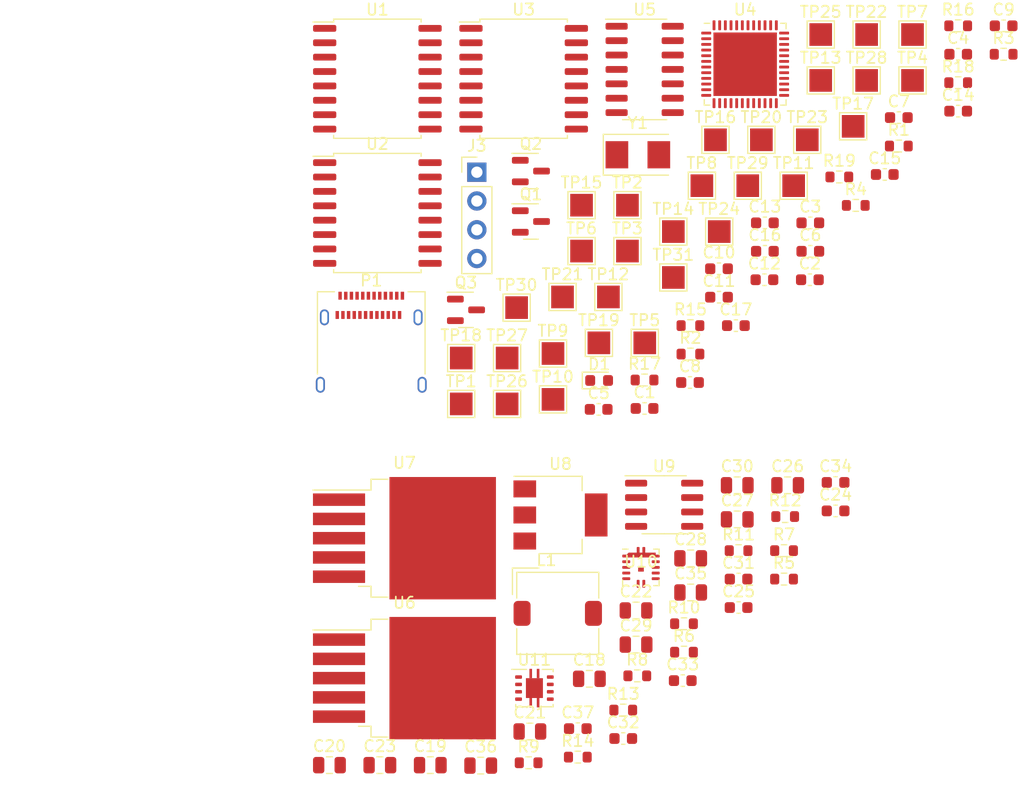
<source format=kicad_pcb>
(kicad_pcb (version 20211014) (generator pcbnew)
  (layers (0 "F.Cu" signal) (31 "B.Cu" signal) (34 "B.Paste" user) (35 "F.Paste" user) (36 "B.SilkS" user "B.Silkscreen") (37 "F.SilkS" user "F.Silkscreen") (38 "B.Mask" user) (39 "F.Mask" user) (44 "Edge.Cuts" user))
  (net 0 "")
  (net 1 "+3.3V")
  (net 2 "GND")
  (net 3 "Net-(C4-Pad1)")
  (net 4 "-5V")
  (net 5 "Net-(C8-Pad1)")
  (net 6 "Net-(C9-Pad1)")
  (net 7 "Net-(C10-Pad1)")
  (net 8 "IN")
  (net 9 "+6V")
  (net 10 "Net-(C24-Pad1)")
  (net 11 "Net-(C26-Pad1)")
  (net 12 "Net-(C26-Pad2)")
  (net 13 "+15V")
  (net 14 "+3.3VA")
  (net 15 "Net-(C30-Pad1)")
  (net 16 "Net-(C31-Pad1)")
  (net 17 "Net-(C31-Pad2)")
  (net 18 "Net-(C32-Pad1)")
  (net 19 "Net-(C34-Pad1)")
  (net 20 "Net-(D1-Pad1)")
  (net 21 "Net-(D1-Pad2)")
  (net 22 "Net-(J3-Pad2)")
  (net 23 "Net-(J3-Pad3)")
  (net 26 "Net-(P1-PadA6)")
  (net 27 "Net-(P1-PadA7)")
  (net 29 "Net-(Q1-Pad1)")
  (net 30 "Net-(Q1-Pad2)")
  (net 31 "Net-(Q2-Pad1)")
  (net 32 "Net-(Q2-Pad2)")
  (net 33 "Net-(Q3-Pad1)")
  (net 34 "Net-(Q3-Pad2)")
  (net 35 "Net-(R1-Pad1)")
  (net 36 "Net-(R4-Pad1)")
  (net 37 "Net-(R4-Pad2)")
  (net 38 "Net-(R5-Pad1)")
  (net 39 "Net-(R6-Pad2)")
  (net 40 "Net-(R8-Pad2)")
  (net 41 "Net-(R10-Pad1)")
  (net 42 "Net-(R10-Pad2)")
  (net 43 "Net-(R13-Pad2)")
  (net 44 "Net-(R18-Pad1)")
  (net 45 "Net-(R19-Pad1)")
  (net 46 "Net-(TP5-Pad1)")
  (net 47 "Net-(TP6-Pad1)")
  (net 48 "Net-(TP7-Pad1)")
  (net 49 "Net-(TP8-Pad1)")
  (net 50 "Net-(TP9-Pad1)")
  (net 51 "Net-(TP10-Pad1)")
  (net 52 "Net-(TP11-Pad1)")
  (net 53 "Net-(TP12-Pad1)")
  (net 54 "Net-(TP13-Pad1)")
  (net 55 "Net-(TP14-Pad1)")
  (net 56 "Net-(TP15-Pad1)")
  (net 57 "Net-(TP16-Pad1)")
  (net 58 "Net-(TP25-Pad1)")
  (net 59 "Net-(TP26-Pad1)")
  (net 60 "Net-(TP27-Pad1)")
  (net 61 "Net-(TP28-Pad1)")
  (net 62 "/DIO1")
  (net 63 "/DIO2")
  (net 64 "/DIO3")
  (net 65 "/DIO4")
  (net 66 "/DIO5")
  (net 67 "/DIO6")
  (net 68 "/DIO7")
  (net 69 "/DIO8")
  (net 70 "/DIO9")
  (net 71 "/DIO10")
  (net 72 "/DIO11")
  (net 73 "/DIO12")
  (net 82 "Net-(U4-Pad29)")
  (net 83 "Net-(U4-Pad30)")
  (net 84 "Net-(U4-Pad31)")
  (footprint "TestPoint:TestPoint_Pad_2.0x2.0mm" (layer "F.Cu") (at 110.73 85.99)
    (fp_text reference "TP24" (at 0 -1.998) (layer "F.SilkS"))
    (fp_text value "+15V")
    (pad "1" smd rect (at 0 0) (size 2 2) (layers "F.Cu" "F.Mask") (net 13 "+15V"))
  )
  (footprint "Capacitor_SMD:C_0603_1608Metric" (layer "F.Cu") (at 108.15 99.31)
    (fp_text reference "C8" (at 0 -1.43) (layer "F.SilkS"))
    (fp_text value "2.2uF")
    (pad "1" smd roundrect (at -0.775 0) (size 0.9 0.95) (layers "F.Cu" "F.Paste" "F.Mask") (net 5 "Net-(C8-Pad1)"))
    (pad "2" smd roundrect (at 0.775 0) (size 0.9 0.95) (layers "F.Cu" "F.Paste" "F.Mask") (net 2 "GND"))
  )
  (footprint "Package_SO:SOIC-8_3.9x4.9mm_P1.27mm" (layer "F.Cu") (at 105.87 110.1)
    (fp_text reference "U9" (at 0 -3.4) (layer "F.SilkS"))
    (fp_text value "LT1054L")
    (pad "1" smd roundrect (at -2.475 -1.905) (size 1.95 0.6) (layers "F.Cu" "F.Paste" "F.Mask"))
    (pad "2" smd roundrect (at -2.475 -0.635) (size 1.95 0.6) (layers "F.Cu" "F.Paste" "F.Mask") (net 11 "Net-(C26-Pad1)"))
    (pad "3" smd roundrect (at -2.475 0.635) (size 1.95 0.6) (layers "F.Cu" "F.Paste" "F.Mask") (net 2 "GND"))
    (pad "4" smd roundrect (at -2.475 1.905) (size 1.95 0.6) (layers "F.Cu" "F.Paste" "F.Mask") (net 12 "Net-(C26-Pad2)"))
    (pad "5" smd roundrect (at 2.475 1.905) (size 1.95 0.6) (layers "F.Cu" "F.Paste" "F.Mask") (net 15 "Net-(C30-Pad1)"))
    (pad "6" smd roundrect (at 2.475 0.635) (size 1.95 0.6) (layers "F.Cu" "F.Paste" "F.Mask"))
    (pad "7" smd roundrect (at 2.475 -0.635) (size 1.95 0.6) (layers "F.Cu" "F.Paste" "F.Mask"))
    (pad "8" smd roundrect (at 2.475 -1.905) (size 1.95 0.6) (layers "F.Cu" "F.Paste" "F.Mask") (net 9 "+6V"))
  )
  (footprint "Resistor_SMD:R_0603_1608Metric" (layer "F.Cu") (at 126.58 78.44)
    (fp_text reference "R1" (at 0 -1.43) (layer "F.SilkS"))
    (fp_text value "0R")
    (pad "1" smd roundrect (at -0.825 0) (size 0.8 0.95) (layers "F.Cu" "F.Paste" "F.Mask") (net 35 "Net-(R1-Pad1)"))
    (pad "2" smd roundrect (at 0.825 0) (size 0.8 0.95) (layers "F.Cu" "F.Paste" "F.Mask") (net 2 "GND"))
  )
  (footprint "Capacitor_SMD:C_0805_2012Metric" (layer "F.Cu") (at 99.27 125.46)
    (fp_text reference "C18" (at 0 -1.68) (layer "F.SilkS"))
    (fp_text value "22uF")
    (pad "1" smd roundrect (at -0.95 0) (size 1 1.45) (layers "F.Cu" "F.Paste" "F.Mask") (net 8 "IN"))
    (pad "2" smd roundrect (at 0.95 0) (size 1 1.45) (layers "F.Cu" "F.Paste" "F.Mask") (net 2 "GND"))
  )
  (footprint "Capacitor_SMD:C_0603_1608Metric" (layer "F.Cu") (at 126.58 75.93)
    (fp_text reference "C7" (at 0 -1.43) (layer "F.SilkS"))
    (fp_text value "100nF")
    (pad "1" smd roundrect (at -0.775 0) (size 0.9 0.95) (layers "F.Cu" "F.Paste" "F.Mask") (net 2 "GND"))
    (pad "2" smd roundrect (at 0.775 0) (size 0.9 0.95) (layers "F.Cu" "F.Paste" "F.Mask") (net 4 "-5V"))
  )
  (footprint "TestPoint:TestPoint_Pad_2.0x2.0mm" (layer "F.Cu") (at 87.96 101.2)
    (fp_text reference "TP1" (at 0 -1.998) (layer "F.SilkS"))
    (fp_text value "+16V")
    (pad "1" smd rect (at 0 0) (size 2 2) (layers "F.Cu" "F.Mask") (net 8 "IN"))
  )
  (footprint "Capacitor_SMD:C_0805_2012Metric" (layer "F.Cu") (at 112.32 108.38)
    (fp_text reference "C30" (at 0 -1.68) (layer "F.SilkS"))
    (fp_text value "100uF 25V")
    (pad "1" smd roundrect (at -0.95 0) (size 1 1.45) (layers "F.Cu" "F.Paste" "F.Mask") (net 15 "Net-(C30-Pad1)"))
    (pad "2" smd roundrect (at 0.95 0) (size 1 1.45) (layers "F.Cu" "F.Paste" "F.Mask") (net 2 "GND"))
  )
  (footprint "Connector_USB:USB_C_Receptacle_Amphenol_12401610E4-2A" (layer "F.Cu") (at 80.02 96.67)
    (fp_text reference "P1" (at 0 -6.36) (layer "F.SilkS"))
    (fp_text value "USB_C_Plug_USB2.0")
    (pad "" np_thru_hole oval (at 3.6 -4.36) (size 0.95 0.65) (drill oval 0.95 0.65) (layers *.Cu *.Mask))
    (pad "" np_thru_hole circle (at -3.6 -4.36) (size 0.65 0.65) (drill 0.65) (layers *.Cu *.Mask))
    (pad "A1" smd rect (at -2.75 -5.02) (size 0.3 0.7) (layers "F.Cu" "F.Paste" "F.Mask") (net 2 "GND"))
    (pad "A2" smd rect (at -2.25 -5.02) (size 0.3 0.7) (layers "F.Cu" "F.Paste" "F.Mask"))
    (pad "A3" smd rect (at -1.75 -5.02) (size 0.3 0.7) (layers "F.Cu" "F.Paste" "F.Mask"))
    (pad "A4" smd rect (at -1.25 -5.02) (size 0.3 0.7) (layers "F.Cu" "F.Paste" "F.Mask"))
    (pad "A5" smd rect (at -0.75 -5.02) (size 0.3 0.7) (layers "F.Cu" "F.Paste" "F.Mask"))
    (pad "A6" smd rect (at -0.25 -5.02) (size 0.3 0.7) (layers "F.Cu" "F.Paste" "F.Mask") (net 26 "Net-(P1-PadA6)"))
    (pad "A7" smd rect (at 0.25 -5.02) (size 0.3 0.7) (layers "F.Cu" "F.Paste" "F.Mask") (net 27 "Net-(P1-PadA7)"))
    (pad "A8" smd rect (at 0.75 -5.02) (size 0.3 0.7) (layers "F.Cu" "F.Paste" "F.Mask"))
    (pad "A9" smd rect (at 1.25 -5.02) (size 0.3 0.7) (layers "F.Cu" "F.Paste" "F.Mask"))
    (pad "A10" smd rect (at 1.75 -5.02) (size 0.3 0.7) (layers "F.Cu" "F.Paste" "F.Mask"))
    (pad "A11" smd rect (at 2.25 -5.02) (size 0.3 0.7) (layers "F.Cu" "F.Paste" "F.Mask"))
    (pad "A12" smd rect (at 2.75 -5.02) (size 0.3 0.7) (layers "F.Cu" "F.Paste" "F.Mask") (net 2 "GND"))
    (pad "B1" smd rect (at 2.5 -3.32) (size 0.3 0.7) (layers "F.Cu" "F.Paste" "F.Mask") (net 2 "GND"))
    (pad "B2" smd rect (at 2 -3.32) (size 0.3 0.7) (layers "F.Cu" "F.Paste" "F.Mask"))
    (pad "B3" smd rect (at 1.5 -3.32) (size 0.3 0.7) (layers "F.Cu" "F.Paste" "F.Mask"))
    (pad "B4" smd rect (at 1 -3.32) (size 0.3 0.7) (layers "F.Cu" "F.Paste" "F.Mask"))
    (pad "B5" smd rect (at 0.5 -3.32) (size 0.3 0.7) (layers "F.Cu" "F.Paste" "F.Mask"))
    (pad "B6" smd rect (at 0 -3.32) (size 0.3 0.7) (layers "F.Cu" "F.Paste" "F.Mask"))
    (pad "B7" smd rect (at -0.5 -3.32) (size 0.3 0.7) (layers "F.Cu" "F.Paste" "F.Mask"))
    (pad "B8" smd rect (at -1 -3.32) (size 0.3 0.7) (layers "F.Cu" "F.Paste" "F.Mask"))
    (pad "B9" smd rect (at -1.5 -3.32) (size 0.3 0.7) (layers "F.Cu" "F.Paste" "F.Mask"))
    (pad "B10" smd rect (at -2 -3.32) (size 0.3 0.7) (layers "F.Cu" "F.Paste" "F.Mask"))
    (pad "B11" smd rect (at -2.5 -3.32) (size 0.3 0.7) (layers "F.Cu" "F.Paste" "F.Mask"))
    (pad "B12" smd rect (at -3 -3.32) (size 0.3 0.7) (layers "F.Cu" "F.Paste" "F.Mask") (net 2 "GND"))
    (pad "S1" thru_hole oval (at 4.13 -3.11) (size 0.8 1.4) (drill oval 0.5 1.1) (layers *.Cu *.Mask) (net 2 "GND"))
    (pad "S1" thru_hole oval (at -4.49 2.84) (size 0.8 1.4) (drill oval 0.5 1.1) (layers *.Cu *.Mask) (net 2 "GND"))
    (pad "S1" thru_hole oval (at 4.49 2.84) (size 0.8 1.4) (drill oval 0.5 1.1) (layers *.Cu *.Mask) (net 2 "GND"))
    (pad "S1" thru_hole oval (at -4.13 -3.11) (size 0.8 1.4) (drill oval 0.5 1.1) (layers *.Cu *.Mask) (net 2 "GND"))
  )
  (footprint "Resistor_SMD:R_0603_1608Metric" (layer "F.Cu") (at 116.55 111.14)
    (fp_text reference "R12" (at 0 -1.43) (layer "F.SilkS"))
    (fp_text value "20K")
    (pad "1" smd roundrect (at -0.825 0) (size 0.8 0.95) (layers "F.Cu" "F.Paste" "F.Mask") (net 2 "GND"))
    (pad "2" smd roundrect (at 0.825 0) (size 0.8 0.95) (layers "F.Cu" "F.Paste" "F.Mask") (net 42 "Net-(R10-Pad2)"))
  )
  (footprint "Resistor_SMD:R_0603_1608Metric" (layer "F.Cu") (at 122.78 83.68)
    (fp_text reference "R4" (at 0 -1.43) (layer "F.SilkS"))
    (fp_text value "120R")
    (pad "1" smd roundrect (at -0.825 0) (size 0.8 0.95) (layers "F.Cu" "F.Paste" "F.Mask") (net 36 "Net-(R4-Pad1)"))
    (pad "2" smd roundrect (at 0.825 0) (size 0.8 0.95) (layers "F.Cu" "F.Paste" "F.Mask") (net 37 "Net-(R4-Pad2)"))
  )
  (footprint "Resistor_SMD:R_0603_1608Metric" (layer "F.Cu") (at 103.5 125.2)
    (fp_text reference "R8" (at 0 -1.43) (layer "F.SilkS"))
    (fp_text value "300")
    (pad "1" smd roundrect (at -0.825 0) (size 0.8 0.95) (layers "F.Cu" "F.Paste" "F.Mask") (net 14 "+3.3VA"))
    (pad "2" smd roundrect (at 0.825 0) (size 0.8 0.95) (layers "F.Cu" "F.Paste" "F.Mask") (net 40 "Net-(R8-Pad2)"))
  )
  (footprint "Capacitor_SMD:C_0603_1608Metric" (layer "F.Cu") (at 112.2 94.29)
    (fp_text reference "C17" (at 0 -1.43) (layer "F.SilkS"))
    (fp_text value "100nF")
    (pad "1" smd roundrect (at -0.775 0) (size 0.9 0.95) (layers "F.Cu" "F.Paste" "F.Mask") (net 1 "+3.3V"))
    (pad "2" smd roundrect (at 0.775 0) (size 0.9 0.95) (layers "F.Cu" "F.Paste" "F.Mask") (net 2 "GND"))
  )
  (footprint "Capacitor_SMD:C_0603_1608Metric" (layer "F.Cu") (at 110.71 89.27)
    (fp_text reference "C10" (at 0 -1.43) (layer "F.SilkS"))
    (fp_text value "8pF")
    (pad "1" smd roundrect (at -0.775 0) (size 0.9 0.95) (layers "F.Cu" "F.Paste" "F.Mask") (net 7 "Net-(C10-Pad1)"))
    (pad "2" smd roundrect (at 0.775 0) (size 0.9 0.95) (layers "F.Cu" "F.Paste" "F.Mask") (net 2 "GND"))
  )
  (footprint "Capacitor_SMD:C_0603_1608Metric" (layer "F.Cu") (at 112.44 116.66)
    (fp_text reference "C31" (at 0 -1.43) (layer "F.SilkS"))
    (fp_text value "100nF")
    (pad "1" smd roundrect (at -0.775 0) (size 0.9 0.95) (layers "F.Cu" "F.Paste" "F.Mask") (net 16 "Net-(C31-Pad1)"))
    (pad "2" smd roundrect (at 0.775 0) (size 0.9 0.95) (layers "F.Cu" "F.Paste" "F.Mask") (net 17 "Net-(C31-Pad2)"))
  )
  (footprint "Resistor_SMD:R_0603_1608Metric" (layer "F.Cu") (at 116.45 114.15)
    (fp_text reference "R7" (at 0 -1.43) (layer "F.SilkS"))
    (fp_text value "82")
    (pad "1" smd roundrect (at -0.825 0) (size 0.8 0.95) (layers "F.Cu" "F.Paste" "F.Mask") (net 39 "Net-(R6-Pad2)"))
    (pad "2" smd roundrect (at 0.825 0) (size 0.8 0.95) (layers "F.Cu" "F.Paste" "F.Mask") (net 2 "GND"))
  )
  (footprint "TestPoint:TestPoint_Pad_2.0x2.0mm" (layer "F.Cu") (at 87.96 97.15)
    (fp_text reference "TP18" (at 0 -1.998) (layer "F.SilkS"))
    (fp_text value "6V")
    (pad "1" smd rect (at 0 0) (size 2 2) (layers "F.Cu" "F.Mask") (net 29 "Net-(Q1-Pad1)"))
  )
  (footprint "Capacitor_SMD:C_0603_1608Metric" (layer "F.Cu") (at 131.82 75.36)
    (fp_text reference "C14" (at 0 -1.43) (layer "F.SilkS"))
    (fp_text value "100nF")
    (pad "1" smd roundrect (at -0.775 0) (size 0.9 0.95) (layers "F.Cu" "F.Paste" "F.Mask") (net 1 "+3.3V"))
    (pad "2" smd roundrect (at 0.775 0) (size 0.9 0.95) (layers "F.Cu" "F.Paste" "F.Mask") (net 2 "GND"))
  )
  (footprint "Resistor_SMD:R_0603_1608Metric" (layer "F.Cu") (at 108.19 96.8)
    (fp_text reference "R2" (at 0 -1.43) (layer "F.SilkS"))
    (fp_text value "10K")
    (pad "1" smd roundrect (at -0.825 0) (size 0.8 0.95) (layers "F.Cu" "F.Paste" "F.Mask") (net 1 "+3.3V"))
    (pad "2" smd roundrect (at 0.825 0) (size 0.8 0.95) (layers "F.Cu" "F.Paste" "F.Mask") (net 3 "Net-(C4-Pad1)"))
  )
  (footprint "Capacitor_SMD:C_0805_2012Metric" (layer "F.Cu") (at 103.39 119.43)
    (fp_text reference "C22" (at 0 -1.68) (layer "F.SilkS"))
    (fp_text value "10uF 25V")
    (pad "1" smd roundrect (at -0.95 0) (size 1 1.45) (layers "F.Cu" "F.Paste" "F.Mask") (net 9 "+6V"))
    (pad "2" smd roundrect (at 0.95 0) (size 1 1.45) (layers "F.Cu" "F.Paste" "F.Mask") (net 2 "GND"))
  )
  (footprint "Capacitor_SMD:C_0603_1608Metric" (layer "F.Cu") (at 118.77 85.22)
    (fp_text reference "C3" (at 0 -1.43) (layer "F.SilkS"))
    (fp_text value "100nF")
    (pad "1" smd roundrect (at -0.775 0) (size 0.9 0.95) (layers "F.Cu" "F.Paste" "F.Mask") (net 1 "+3.3V"))
    (pad "2" smd roundrect (at 0.775 0) (size 0.9 0.95) (layers "F.Cu" "F.Paste" "F.Mask") (net 2 "GND"))
  )
  (footprint "Package_SON:Texas_S-PVSON-N8_1" (layer "F.Cu") (at 94.42 126.28)
    (fp_text reference "U11" (at 0 -2.5) (layer "F.SilkS"))
    (fp_text value "TPS7A3001DRBx")
    (pad "1" smd roundrect (at -1.4 -0.975) (size 0.6 0.31) (layers "F.Cu" "F.Paste" "F.Mask") (net 4 "-5V"))
    (pad "2" smd roundrect (at -1.4 -0.325) (size 0.6 0.31) (layers "F.Cu" "F.Paste" "F.Mask") (net 43 "Net-(R13-Pad2)"))
    (pad "3" smd roundrect (at -1.4 0.325) (size 0.6 0.31) (layers "F.Cu" "F.Paste" "F.Mask"))
    (pad "4" smd roundrect (at -1.4 0.975) (size 0.6 0.31) (layers "F.Cu" "F.Paste" "F.Mask") (net 2 "GND"))
    (pad "5" smd roundrect (at 1.4 0.975) (size 0.6 0.31) (layers "F.Cu" "F.Paste" "F.Mask") (net 15 "Net-(C30-Pad1)"))
    (pad "6" smd roundrect (at 1.4 0.325) (size 0.6 0.31) (layers "F.Cu" "F.Paste" "F.Mask") (net 19 "Net-(C34-Pad1)"))
    (pad "7" smd roundrect (at 1.4 -0.325) (size 0.6 0.31) (layers "F.Cu" "F.Paste" "F.Mask"))
    (pad "8" smd roundrect (at 1.4 -0.975) (size 0.6 0.31) (layers "F.Cu" "F.Paste" "F.Mask") (net 15 "Net-(C30-Pad1)"))
    (pad "9" smd rect (at 0 0) (size 1.5 1.75) (layers "F.Cu" "F.Paste" "F.Mask") (net 2 "GND"))
    (pad "9" smd rect (at 0.325 -1.2875) (size 0.23 0.825) (layers "F.Cu" "F.Paste" "F.Mask") (net 2 "GND"))
    (pad "9" smd rect (at -0.325 1.2875) (size 0.23 0.825) (layers "F.Cu" "F.Paste" "F.Mask") (net 2 "GND"))
    (pad "9" smd rect (at 0.325 1.2875) (size 0.23 0.825) (layers "F.Cu" "F.Paste" "F.Mask") (net 2 "GND"))
    (pad "9" smd rect (at -0.325 -1.2875) (size 0.23 0.825) (layers "F.Cu" "F.Paste" "F.Mask") (net 2 "GND"))
  )
  (footprint "Capacitor_SMD:C_0603_1608Metric" (layer "F.Cu") (at 98.25 129.86)
    (fp_text reference "C37" (at 0 -1.43) (layer "F.SilkS"))
    (fp_text value "1uF")
    (pad "1" smd roundrect (at -0.775 0) (size 0.9 0.95) (layers "F.Cu" "F.Paste" "F.Mask") (net 4 "-5V"))
    (pad "2" smd roundrect (at 0.775 0) (size 0.9 0.95) (layers "F.Cu" "F.Paste" "F.Mask") (net 2 "GND"))
  )
  (footprint "Package_DFN_QFN:MPS_QFN-14" (layer "F.Cu") (at 103.8248 115.625)
    (fp_text reference "U10" (at 0 -0.5 unlocked) (layer "F.SilkS"))
    (fp_text value "MP2229")
    (pad "1" smd roundrect (at -1.3 -1) (size 0.7 0.25) (layers "F.Cu" "F.Paste" "F.Mask") (net 2 "GND"))
    (pad "1" smd roundrect (at 0 -1.0875) (size 2.6 0.425) (layers "F.Cu" "F.Paste" "F.Mask") (roundrect_rratio 0) (chamfer_ratio 0.5) (chamfer top_left) (net 2 "GND"))
    (pad "2" smd roundrect (at -1.3 -0.5) (size 0.7 0.25) (layers "F.Cu" "F.Paste" "F.Mask") (net 17 "Net-(C31-Pad2)"))
    (pad "3" smd roundrect (at -1.3 0) (size 0.7 0.25) (layers "F.Cu" "F.Paste" "F.Mask") (net 8 "IN"))
    (pad "4" smd roundrect (at -1.3 0.5) (size 0.7 0.25) (layers "F.Cu" "F.Paste" "F.Mask"))
    (pad "5" smd roundrect (at -1.3 1) (size 0.7 0.25) (layers "F.Cu" "F.Paste" "F.Mask") (net 2 "GND"))
    (pad "6" smd roundrect (at -0.25 1.45 90) (size 0.7 0.25) (layers "F.Cu" "F.Paste" "F.Mask") (net 41 "Net-(R10-Pad1)"))
    (pad "7" smd roundrect (at 0.25 1.45 90) (size 0.7 0.25) (layers "F.Cu" "F.Paste" "F.Mask") (net 18 "Net-(C32-Pad1)"))
    (pad "8" smd roundrect (at 1.3 1) (size 0.7 0.25) (layers "F.Cu" "F.Paste" "F.Mask") (net 38 "Net-(R5-Pad1)"))
    (pad "9" smd roundrect (at 1.3 0.5) (size 0.7 0.25) (layers "F.Cu" "F.Paste" "F.Mask") (net 10 "Net-(C24-Pad1)"))
    (pad "10" smd roundrect (at 1.3 0) (size 0.7 0.25) (layers "F.Cu" "F.Paste" "F.Mask") (net 16 "Net-(C31-Pad1)"))
    (pad "11" smd roundrect (at 1.3 -0.5) (size 0.7 0.25) (layers "F.Cu" "F.Paste" "F.Mask") (net 17 "Net-(C31-Pad2)"))
    (pad "12" smd roundrect (at 1.3 -1) (size 0.7 0.25) (layers "F.Cu" "F.Paste" "F.Mask") (net 2 "GND"))
    (pad "13" smd roundrect (at 0.25 -1.45 90) (size 0.7 0.25) (layers "F.Cu" "F.Paste" "F.Mask") (net 2 "GND"))
    (pad "14" smd roundrect (at -0.25 -1.45 90) (size 0.7 0.25) (layers "F.Cu" "F.Paste" "F.Mask") (net 2 "GND"))
    (pad "15" smd rect (at 0 0.125) (size 0.5 0.5) (layers "F.Cu" "F.Paste" "F.Mask") (net 8 "IN"))
  )
  (footprint "Capacitor_SMD:C_0603_1608Metric" (layer "F.Cu") (at 135.83 67.83)
    (fp_text reference "C9" (at 0 -1.43) (layer "F.SilkS"))
    (fp_text value "8pF")
    (pad "1" smd roundrect (at -0.775 0) (size 0.9 0.95) (layers "F.Cu" "F.Paste" "F.Mask") (net 6 "Net-(C9-Pad1)"))
    (pad "2" smd roundrect (at 0.775 0) (size 0.9 0.95) (layers "F.Cu" "F.Paste" "F.Mask") (net 2 "GND"))
  )
  (footprint "Resistor_SMD:R_0603_1608Metric" (layer "F.Cu") (at 93.91 132.87)
    (fp_text reference "R9" (at 0 -1.43) (layer "F.SilkS"))
    (fp_text value "180")
    (pad "1" smd roundrect (at -0.825 0) (size 0.8 0.95) (layers "F.Cu" "F.Paste" "F.Mask") (net 40 "Net-(R8-Pad2)"))
    (pad "2" smd roundrect (at 0.825 0) (size 0.8 0.95) (layers "F.Cu" "F.Paste" "F.Mask") (net 2 "GND"))
  )
  (footprint "TestPoint:TestPoint_Pad_2.0x2.0mm" (layer "F.Cu") (at 102.63 87.71)
    (fp_text reference "TP3" (at 0 -1.998) (layer "F.SilkS"))
    (fp_text value "A")
    (pad "1" smd rect (at 0 0) (size 2 2) (layers "F.Cu" "F.Mask") (net 36 "Net-(R4-Pad1)"))
  )
  (footprint "Capacitor_SMD:C_0603_1608Metric" (layer "F.Cu") (at 114.76 85.22)
    (fp_text reference "C13" (at 0 -1.43) (layer "F.SilkS"))
    (fp_text value "100nF")
    (pad "1" smd roundrect (at -0.775 0) (size 0.9 0.95) (layers "F.Cu" "F.Paste" "F.Mask") (net 1 "+3.3V"))
    (pad "2" smd roundrect (at 0.775 0) (size 0.9 0.95) (layers "F.Cu" "F.Paste" "F.Mask") (net 2 "GND"))
  )
  (footprint "TestPoint:TestPoint_Pad_2.0x2.0mm" (layer "F.Cu") (at 92.85 92.7)
    (fp_text reference "TP30" (at 0 -1.998) (layer "F.SilkS"))
    (fp_text value "dc_6v")
    (pad "1" smd rect (at 0 0) (size 2 2) (layers "F.Cu" "F.Mask") (net 33 "Net-(Q3-Pad1)"))
  )
  (footprint "Resistor_SMD:R_0603_1608Metric" (layer "F.Cu") (at 98.25 132.37)
    (fp_text reference "R14" (at 0 -1.43) (layer "F.SilkS"))
    (fp_text value "120K")
    (pad "1" smd roundrect (at -0.825 0) (size 0.8 0.95) (layers "F.Cu" "F.Paste" "F.Mask") (net 43 "Net-(R13-Pad2)"))
    (pad "2" smd roundrect (at 0.825 0) (size 0.8 0.95) (layers "F.Cu" "F.Paste" "F.Mask") (net 2 "GND"))
  )
  (footprint "Resistor_SMD:R_0603_1608Metric" (layer "F.Cu") (at 108.19 94.29)
    (fp_text reference "R15" (at 0 -1.43) (layer "F.SilkS"))
    (fp_text value "10K")
    (pad "1" smd roundrect (at -0.825 0) (size 0.8 0.95) (layers "F.Cu" "F.Paste" "F.Mask") (net 9 "+6V"))
    (pad "2" smd roundrect (at 0.825 0) (size 0.8 0.95) (layers "F.Cu" "F.Paste" "F.Mask") (net 30 "Net-(Q1-Pad2)"))
  )
  (footprint "TestPoint:TestPoint_Pad_2.0x2.0mm" (layer "F.Cu") (at 100.11 95.81)
    (fp_text reference "TP19" (at 0 -1.998) (layer "F.SilkS"))
    (fp_text value "6V")
    (pad "1" smd rect (at 0 0) (size 2 2) (layers "F.Cu" "F.Mask") (net 29 "Net-(Q1-Pad1)"))
  )
  (footprint "Package_TO_SOT_SMD:TO-263-5_TabPin3" (layer "F.Cu") (at 82.95 113.05)
    (fp_text reference "U7" (at 0 -6.65) (layer "F.SilkS"))
    (fp_text value "MIC29302WU")
    (pad "1" smd rect (at -5.775 -3.4) (size 4.6 1.1) (layers "F.Cu" "F.Paste" "F.Mask") (net 9 "+6V"))
    (pad "2" smd rect (at -5.775 -1.7) (size 4.6 1.1) (layers "F.Cu" "F.Paste" "F.Mask") (net 9 "+6V"))
    (pad "3" smd rect (at -5.775 0) (size 4.6 1.1) (layers "F.Cu" "F.Paste" "F.Mask") (net 2 "GND"))
    (pad "3" smd rect (at 3.375 0) (size 9.4 10.8) (layers "F.Cu" "F.Mask") (net 2 "GND"))
    (pad "4" smd rect (at -5.775 1.7) (size 4.6 1.1) (layers "F.Cu" "F.Paste" "F.Mask") (net 14 "+3.3VA"))
    (pad "5" smd rect (at -5.775 3.4) (size 4.6 1.1) (layers "F.Cu" "F.Paste" "F.Mask") (net 40 "Net-(R8-Pad2)"))
  )
  (footprint "Package_SO:SOIC-16W_7.5x10.3mm_P1.27mm" (layer "F.Cu") (at 93.47 72.5)
    (fp_text reference "U3" (at 0 -6.1) (layer "F.SilkS"))
    (fp_text value "SSP5840ED")
    (pad "1" smd roundrect (at -4.65 -4.445) (size 2.05 0.6) (layers "F.Cu" "F.Paste" "F.Mask") (net 1 "+3.3V"))
    (pad "2" smd roundrect (at -4.65 -3.175) (size 2.05 0.6) (layers "F.Cu" "F.Paste" "F.Mask") (net 2 "GND"))
    (pad "3" smd roundrect (at -4.65 -1.905) (size 2.05 0.6) (layers "F.Cu" "F.Paste" "F.Mask") (net 70 "/DIO9"))
    (pad "4" smd roundrect (at -4.65 -0.635) (size 2.05 0.6) (layers "F.Cu" "F.Paste" "F.Mask") (net 71 "/DIO10"))
    (pad "5" smd roundrect (at -4.65 0.635) (size 2.05 0.6) (layers "F.Cu" "F.Paste" "F.Mask") (net 72 "/DIO11"))
    (pad "6" smd roundrect (at -4.65 1.905) (size 2.05 0.6) (layers "F.Cu" "F.Paste" "F.Mask") (net 73 "/DIO12"))
    (pad "7" smd roundrect (at -4.65 3.175) (size 2.05 0.6) (layers "F.Cu" "F.Paste" "F.Mask"))
    (pad "8" smd roundrect (at -4.65 4.445) (size 2.05 0.6) (layers "F.Cu" "F.Paste" "F.Mask") (net 2 "GND"))
    (pad "9" smd roundrect (at 4.65 4.445) (size 2.05 0.6) (layers "F.Cu" "F.Paste" "F.Mask") (net 4 "-5V"))
    (pad "10" smd roundrect (at 4.65 3.175) (size 2.05 0.6) (layers "F.Cu" "F.Paste" "F.Mask") (net 2 "GND"))
    (pad "11" smd roundrect (at 4.65 1.905) (size 2.05 0.6) (layers "F.Cu" "F.Paste" "F.Mask"))
    (pad "12" smd roundrect (at 4.65 0.635) (size 2.05 0.6) (layers "F.Cu" "F.Paste" "F.Mask"))
    (pad "13" smd roundrect (at 4.65 -0.635) (size 2.05 0.6) (layers "F.Cu" "F.Paste" "F.Mask") (net 57 "Net-(TP16-Pad1)"))
    (pad "14" smd roundrect (at 4.65 -1.905) (size 2.05 0.6) (layers "F.Cu" "F.Paste" "F.Mask") (net 56 "Net-(TP15-Pad1)"))
    (pad "15" smd roundrect (at 4.65 -3.175) (size 2.05 0.6) (layers "F.Cu" "F.Paste" "F.Mask") (net 4 "-5V"))
    (pad "16" smd roundrect (at 4.65 -4.445) (size 2.05 0.6) (layers "F.Cu" "F.Paste" "F.Mask") (net 2 "GND"))
  )
  (footprint "Capacitor_SMD:C_0603_1608Metric" (layer "F.Cu") (at 131.82 70.34)
    (fp_text reference "C4" (at 0 -1.43) (layer "F.SilkS"))
    (fp_text value "100nF")
    (pad "1" smd roundrect (at -0.775 0) (size 0.9 0.95) (layers "F.Cu" "F.Paste" "F.Mask") (net 3 "Net-(C4-Pad1)"))
    (pad "2" smd roundrect (at 0.775 0) (size 0.9 0.95) (layers "F.Cu" "F.Paste" "F.Mask") (net 2 "GND"))
  )
  (footprint "Package_TO_SOT_SMD:SOT-23" (layer "F.Cu") (at 94.11 80.65)
    (fp_text reference "Q2" (at 0 -2.4) (layer "F.SilkS"))
    (fp_text value "FH3415S")
    (pad "1" smd roundrect (at -0.9375 -0.95) (size 1.475 0.6) (layers "F.Cu" "F.Paste" "F.Mask") (net 31 "Net-(Q2-Pad1)"))
    (pad "2" smd roundrect (at -0.9375 0.95) (size 1.475 0.6) (layers "F.Cu" "F.Paste" "F.Mask") (net 32 "Net-(Q2-Pad2)"))
    (pad "3" smd roundrect (at 0.9375 0) (size 1.475 0.6) (layers "F.Cu" "F.Paste" "F.Mask") (net 14 "+3.3VA"))
  )
  (footprint "Crystal:Crystal_SMD_5032-2Pin_5.0x3.2mm" (layer "F.Cu") (at 103.55 79.21)
    (fp_text reference "Y1" (at 0 -2.8) (layer "F.SilkS"))
    (fp_text value "25MHz")
    (pad "1" smd rect (at -1.85 0) (size 2 2.4) (layers "F.Cu" "F.Paste" "F.Mask") (net 7 "Net-(C10-Pad1)"))
    (pad "2" smd rect (at 1.85 0) (size 2 2.4) (layers "F.Cu" "F.Paste" "F.Mask") (net 6 "Net-(C9-Pad1)"))
  )
  (footprint "TestPoint:TestPoint_Pad_2.0x2.0mm" (layer "F.Cu") (at 110.4 77.89)
    (fp_text reference "TP16" (at 0 -1.998) (layer "F.SilkS"))
    (fp_text value "10")
    (pad "1" smd rect (at 0 0) (size 2 2) (layers "F.Cu" "F.Mask") (net 57 "Net-(TP16-Pad1)"))
  )
  (footprint "TestPoint:TestPoint_Pad_2.0x2.0mm" (layer "F.Cu") (at 102.63 83.66)
    (fp_text reference "TP2" (at 0 -1.998) (layer "F.SilkS"))
    (fp_text value "GND")
    (pad "1" smd rect (at 0 0) (size 2 2) (layers "F.Cu" "F.Mask") (net 2 "GND"))
  )
  (footprint "TestPoint:TestPoint_Pad_2.0x2.0mm" (layer "F.Cu") (at 96.9 91.76)
    (fp_text reference "TP21" (at 0 -1.998) (layer "F.SilkS"))
    (fp_text value "6V")
    (pad "1" smd rect (at 0 0) (size 2 2) (layers "F.Cu" "F.Mask") (net 29 "Net-(Q1-Pad1)"))
  )
  (footprint "TestPoint:TestPoint_Pad_2.0x2.0mm" (layer "F.Cu") (at 127.79 72.65)
    (fp_text reference "TP4" (at 0 -1.998) (layer "F.SilkS"))
    (fp_text value "B")
    (pad "1" smd rect (at 0 0) (size 2 2) (layers "F.Cu" "F.Mask") (net 37 "Net-(R4-Pad2)"))
  )
  (footprint "Capacitor_SMD:C_0805_2012Metric" (layer "F.Cu") (at 89.68 133.12)
    (fp_text reference "C36" (at 0 -1.68) (layer "F.SilkS"))
    (fp_text value "22uF")
    (pad "1" smd roundrect (at -0.95 0) (size 1 1.45) (layers "F.Cu" "F.Paste" "F.Mask") (net 9 "+6V"))
    (pad "2" smd roundrect (at 0.95 0) (size 1 1.45) (layers "F.Cu" "F.Paste" "F.Mask") (net 2 "GND"))
  )
  (footprint "TestPoint:TestPoint_Pad_2.0x2.0mm" (layer "F.Cu") (at 98.58 83.66)
    (fp_text reference "TP15" (at 0 -1.998) (layer "F.SilkS"))
    (fp_text value "9")
    (pad "1" smd rect (at 0 0) (size 2 2) (layers "F.Cu" "F.Mask") (net 56 "Net-(TP15-Pad1)"))
  )
  (footprint "Capacitor_SMD:C_0603_1608Metric" (layer "F.Cu") (at 100.09 101.68)
    (fp_text reference "C5" (at 0 -1.43) (layer "F.SilkS"))
    (fp_text value "100nF")
    (pad "1" smd roundrect (at -0.775 0) (size 0.9 0.95) (layers "F.Cu" "F.Paste" "F.Mask") (net 2 "GND"))
    (pad "2" smd roundrect (at 0.775 0) (size 0.9 0.95) (layers "F.Cu" "F.Paste" "F.Mask") (net 4 "-5V"))
  )
  (footprint "TestPoint:TestPoint_Pad_2.0x2.0mm" (layer "F.Cu") (at 100.95 91.76)
    (fp_text reference "TP12" (at 0 -1.998) (layer "F.SilkS"))
    (fp_text value "6")
    (pad "1" smd rect (at 0 0) (size 2 2) (layers "F.Cu" "F.Mask") (net 53 "Net-(TP12-Pad1)"))
  )
  (footprint "TestPoint:TestPoint_Pad_2.0x2.0mm" (layer "F.Cu") (at 127.79 68.6)
    (fp_text reference "TP7" (at 0 -1.998) (layer "F.SilkS"))
    (fp_text value "1")
    (pad "1" smd rect (at 0 0) (size 2 2) (layers "F.Cu" "F.Mask") (net 48 "Net-(TP7-Pad1)"))
  )
  (footprint "Package_TO_SOT_SMD:SOT-23" (layer "F.Cu") (at 94.11 85.1)
    (fp_text reference "Q1" (at 0 -2.4) (layer "F.SilkS"))
    (fp_text value "FH3415S")
    (pad "1" smd roundrect (at -0.9375 -0.95) (size 1.475 0.6) (layers "F.Cu" "F.Paste" "F.Mask") (net 29 "Net-(Q1-Pad1)"))
    (pad "2" smd roundrect (at -0.9375 0.95) (size 1.475 0.6) (layers "F.Cu" "F.Paste" "F.Mask") (net 30 "Net-(Q1-Pad2)"))
    (pad "3" smd roundrect (at 0.9375 0) (size 1.475 0.6) (layers "F.Cu" "F.Paste" "F.Mask") (net 9 "+6V"))
  )
  (footprint "Resistor_SMD:R_0603_1608Metric" (layer "F.Cu") (at 121.33 81.17)
    (fp_text reference "R19" (at 0 -1.43) (layer "F.SilkS"))
    (fp_text value "22R")
    (pad "1" smd roundrect (at -0.825 0) (size 0.8 0.95) (layers "F.Cu" "F.Paste" "F.Mask") (net 45 "Net-(R19-Pad1)"))
    (pad "2" smd roundrect (at 0.825 0) (size 0.8 0.95) (layers "F.Cu" "F.Paste" "F.Mask") (net 26 "Net-(P1-PadA6)"))
  )
  (footprint "TestPoint:TestPoint_Pad_2.0x2.0mm" (layer "F.Cu") (at 104.16 95.81)
    (fp_text reference "TP5" (at 0 -1.998) (layer "F.SilkS"))
    (fp_text value "Z")
    (pad "1" smd rect (at 0 0) (size 2 2) (layers "F.Cu" "F.Mask") (net 46 "Net-(TP5-Pad1)"))
  )
  (footprint "Resistor_SMD:R_0603_1608Metric" (layer "F.Cu") (at 104.14 99.09)
    (fp_text reference "R17" (at 0 -1.43) (layer "F.SilkS"))
    (fp_text value "10K")
    (pad "1" smd roundrect (at -0.825 0) (size 0.8 0.95) (layers "F.Cu" "F.Paste" "F.Mask") (net 9 "+6V"))
    (pad "2" smd roundrect (at 0.825 0) (size 0.8 0.95) (layers "F.Cu" "F.Paste" "F.Mask") (net 34 "Net-(Q3-Pad2)"))
  )
  (footprint "Connector_PinHeader_2.54mm:PinHeader_1x04_P2.54mm_Vertical" (layer "F.Cu") (at 89.34 80.75)
    (fp_text reference "J3" (at 0 -2.33) (layer "F.SilkS"))
    (fp_text value "debug")
    (pad "1" thru_hole rect (at 0 0) (size 1.7 1.7) (drill 1) (layers *.Cu *.Mask) (net 1 "+3.3V"))
    (pad "2" thru_hole oval (at 0 2.54) (size 1.7 1.7) (drill 1) (layers *.Cu *.Mask) (net 22 "Net-(J3-Pad2)"))
    (pad "3" thru_hole oval (at 0 5.08) (size 1.7 1.7) (drill 1) (layers *.Cu *.Mask) (net 23 "Net-(J3-Pad3)"))
    (pad "4" thru_hole oval (at 0 7.62) (size 1.7 1.7) (drill 1) (layers *.Cu *.Mask) (net 2 "GND"))
  )
  (footprint "Resistor_SMD:R_0603_1608Metric" (layer "F.Cu") (at 107.62 120.6)
    (fp_text reference "R10" (at 0 -1.43) (layer "F.SilkS"))
    (fp_text value "0R")
    (pad "1" smd roundrect (at -0.825 0) (size 0.8 0.95) (layers "F.Cu" "F.Paste" "F.Mask") (net 41 "Net-(R10-Pad1)"))
    (pad "2" smd roundrect (at 0.825 0) (size 0.8 0.95) (layers "F.Cu" "F.Paste" "F.Mask") (net 42 "Net-(R10-Pad2)"))
  )
  (footprint "Resistor_SMD:R_0603_1608Metric" (layer "F.Cu") (at 112.44 114.15)
    (fp_text reference "R11" (at 0 -1.43) (layer "F.SilkS"))
    (fp_text value "180K")
    (pad "1" smd roundrect (at -0.825 0) (size 0.8 0.95) (layers "F.Cu" "F.Paste" "F.Mask") (net 42 "Net-(R10-Pad2)"))
    (pad "2" smd roundrect (at 0.825 0) (size 0.8 0.95) (layers "F.Cu" "F.Paste" "F.Mask") (net 9 "+6V"))
  )
  (footprint "TestPoint:TestPoint_Pad_2.0x2.0mm" (layer "F.Cu") (at 92.01 101.2)
    (fp_text reference "TP26" (at 0 -1.998) (layer "F.SilkS"))
    (fp_text value "ATT1")
    (pad "1" smd rect (at 0 0) (size 2 2) (layers "F.Cu" "F.Mask") (net 59 "Net-(TP26-Pad1)"))
  )
  (footprint "TestPoint:TestPoint_Pad_2.0x2.0mm" (layer "F.Cu") (at 123.74 72.65)
    (fp_text reference "TP28" (at 0 -1.998) (layer "F.SilkS"))
    (fp_text value "PA_SW")
    (pad "1" smd rect (at 0 0) (size 2 2) (layers "F.Cu" "F.Mask") (net 61 "Net-(TP28-Pad1)"))
  )
  (footprint "Capacitor_SMD:C_0603_1608Metric" (layer "F.Cu") (at 102.26 130.73)
    (fp_text reference "C32" (at 0 -1.43) (layer "F.SilkS"))
    (fp_text value "22nF")
    (pad "1" smd roundrect (at -0.775 0) (size 0.9 0.95) (layers "F.Cu" "F.Paste" "F.Mask") (net 18 "Net-(C32-Pad1)"))
    (pad "2" smd roundrect (at 0.775 0) (size 0.9 0.95) (layers "F.Cu" "F.Paste" "F.Mask") (net 2 "GND"))
  )
  (footprint "Capacitor_SMD:C_0603_1608Metric" (layer "F.Cu") (at 118.73 90.24)
    (fp_text reference "C2" (at 0 -1.43) (layer "F.SilkS"))
    (fp_text value "100nF")
    (pad "1" smd roundrect (at -0.775 0) (size 0.9 0.95) (layers "F.Cu" "F.Paste" "F.Mask") (net 1 "+3.3V"))
    (pad "2" smd roundrect (at 0.775 0) (size 0.9 0.95) (layers "F.Cu" "F.Paste" "F.Mask") (net 2 "GND"))
  )
  (footprint "TestPoint:TestPoint_Pad_2.0x2.0mm" (layer "F.Cu") (at 96.06 100.8)
    (fp_text reference "TP10" (at 0 -1.998) (layer "F.SilkS"))
    (fp_text value "4")
    (pad "1" smd rect (at 0 0) (size 2 2) (layers "F.Cu" "F.Mask") (net 51 "Net-(TP10-Pad1)"))
  )
  (footprint "TestPoint:TestPoint_Pad_2.0x2.0mm" (layer "F.Cu") (at 119.69 72.65)
    (fp_text reference "TP13" (at 0 -1.998) (layer "F.SilkS"))
    (fp_text value "7")
    (pad "1" smd rect (at 0 0) (size 2 2) (layers "F.Cu" "F.Mask") (net 54 "Net-(TP13-Pad1)"))
  )
  (footprint "TestPoint:TestPoint_Pad_2.0x2.0mm" (layer "F.Cu") (at 117.3 81.94)
    (fp_text reference "TP11" (at 0 -1.998) (layer "F.SilkS"))
    (fp_text value "5")
    (pad "1" smd rect (at 0 0) (size 2 2) (layers "F.Cu" "F.Mask") (net 52 "Net-(TP11-Pad1)"))
  )
  (footprint "Package_DFN_QFN:QFN-48-1EP_7x7mm_P0.5mm_EP5.6x5.6mm" (layer "F.Cu") (at 113.02 71.22)
    (fp_text reference "U4" (at 0 -4.82) (layer "F.SilkS"))
    (fp_text value "STM32F411CEUx")
    (pad "1" smd roundrect (at -3.4375 -2.75) (size 0.875 0.25) (layers "F.Cu" "F.Paste" "F.Mask") (net 1 "+3.3V"))
    (pad "2" smd roundrect (at -3.4375 -2.25) (size 0.875 0.25) (layers "F.Cu" "F.Paste" "F.Mask") (net 20 "Net-(D1-Pad1)"))
    (pad "3" smd roundrect (at -3.4375 -1.75) (size 0.875 0.25) (layers "F.Cu" "F.Paste" "F.Mask"))
    (pad "4" smd roundrect (at -3.4375 -1.25) (size 0.875 0.25) (layers "F.Cu" "F.Paste" "F.Mask"))
    (pad "5" smd roundrect (at -3.4375 -0.75) (size 0.875 0.25) (layers "F.Cu" "F.Paste" "F.Mask") (net 6 "Net-(C9-Pad1)"))
    (pad "6" smd roundrect (at -3.4375 -0.25) (size 0.875 0.25) (layers "F.Cu" "F.Paste" "F.Mask") (net 7 "Net-(C10-Pad1)"))
    (pad "7" smd roundrect (at -3.4375 0.25) (size 0.875 0.25) (layers "F.Cu" "F.Paste" "F.Mask") (net 3 "Net-(C4-Pad1)"))
    (pad "8" smd roundrect (at -3.4375 0.75) (size 0.875 0.25) (layers "F.Cu" "F.Paste" "F.Mask") (net 2 "GND"))
    (pad "9" smd roundrect (at -3.4375 1.25) (size 0.875 0.25) (layers "F.Cu" "F.Paste" "F.Mask") (net 1 "+3.3V"))
    (pad "10" smd roundrect (at -3.4375 1.75) (size 0.875 0.25) (layers "F.Cu" "F.Paste" "F.Mask") (net 30 "Net-(Q1-Pad2)"))
    (pad "11" smd roundrect (at -3.4375 2.25) (size 0.875 0.25) (layers "F.Cu" "F.Paste" "F.Mask") (net 32 "Net-(Q2-Pad2)"))
    (pad "12" smd roundrect (at -3.4375 2.75) (size 0.875 0.25) (layers "F.Cu" "F.Paste" "F.Mask") (net 34 "Net-(Q3-Pad2)"))
    (pad "13" smd roundrect (at -2.75 3.4375) (size 0.25 0.875) (layers "F.Cu" "F.Paste" "F.Mask") (net 58 "Net-(TP25-Pad1)"))
    (pad "14" smd roundrect (at -2.25 3.4375) (size 0.25 0.875) (layers "F.Cu" "F.Paste" "F.Mask") (net 59 "Net-(TP26-Pad1)"))
    (pad "15" smd roundrect (at -1.75 3.4375) (size 0.25 0.875) (layers "F.Cu" "F.Paste" "F.Mask") (net 60 "Net-(TP27-Pad1)"))
    (pad "16" smd roundrect (at -1.25 3.4375) (size 0.25 0.875) (layers "F.Cu" "F.Paste" "F.Mask") (net 61 "Net-(TP28-Pad1)"))
    (pad "17" smd roundrect (at -0.75 3.4375) (size 0.25 0.875) (layers "F.Cu" "F.Paste" "F.Mask"))
    (pad "18" smd roundrect (at -0.25 3.4375) (size 0.25 0.875) (layers "F.Cu" "F.Paste" "F.Mask") (net 62 "/DIO1"))
    (pad "19" smd roundrect (at 0.25 3.4375) (size 0.25 0.875) (layers "F.Cu" "F.Paste" "F.Mask") (net 63 "/DIO2"))
    (pad "20" smd roundrect (at 0.75 3.4375) (size 0.25 0.875) (layers "F.Cu" "F.Paste" "F.Mask") (net 64 "/DIO3"))
    (pad "21" smd roundrect (at 1.25 3.4375) (size 0.25 0.875) (layers "F.Cu" "F.Paste" "F.Mask") (net 72 "/DIO11"))
    (pad "22" smd roundrect (at 1.75 3.4375) (size 0.25 0.875) (layers "F.Cu" "F.Paste" "F.Mask") (net 5 "Net-(C8-Pad1)"))
    (pad "23" smd roundrect (at 2.25 3.4375) (size 0.25 0.875) (layers "F.Cu" "F.Paste" "F.Mask") (net 2 "GND"))
    (pad "24" smd roundrect (at 2.75 3.4375) (size 0.25 0.875) (layers "F.Cu" "F.Paste" "F.Mask") (net 1 "+3.3V"))
    (pad "25" smd roundrect (at 3.4375 2.75) (size 0.875 0.25) (layers "F.Cu" "F.Paste" "F.Mask") (net 73 "/DIO12"))
    (pad "26" smd roundrect (at 3.4375 2.25) (size 0.875 0.25) (layers "F.Cu" "F.Paste" "F.Mask"))
    (pad "27" smd roundrect (at 3.4375 1.75) (size 0.875 0.25) (layers "F.Cu" "F.Paste" "F.Mask"))
    (pad "28" smd roundrect (at 3.4375 1.25) (size 0.875 0.25) (layers "F.Cu" "F.Paste" "F.Mask"))
    (pad "29" smd roundrect (at 3.4375 0.75) (size 0.875 0.25) (layers "F.Cu" "F.Paste" "F.Mask") (net 82 "Net-(U4-Pad29)"))
    (pad "30" smd roundrect (at 3.4375 0.25) (size 0.875 0.25) (layers "F.Cu" "F.Paste" "F.Mask") (net 83 "Net-(U4-Pad30)"))
    (pad "31" smd roundrect (at 3.4375 -0.25) (size 0.875 0.25) (layers "F.Cu" "F.Paste" "F.Mask") (net 84 "Net-(U4-Pad31)"))
    (pad "32" smd roundrect (at 3.4375 -0.75) (size 0.875 0.25) (layers "F.Cu" "F.Paste" "F.Mask") (net 44 "Net-(R18-Pad1)"))
    (pad "33" smd roundrect (at 3.4375 -1.25) (size 0.875 0.25) (layers "F.Cu" "F.Paste" "F.Mask") (net 45 "Net-(R19-Pad1)"))
    (pad "34" smd roundrect (at 3.4375 -1.75) (size 0.875 0.25) (layers "F.Cu" "F.Paste" "F.Mask") (net 22 "Net-(J3-Pad2)"))
    (pad "35" smd roundrect (at 3.4375 -2.25) (size 0.875 0.25) (layers "F.Cu" "F.Paste" "F.Mask") (net 2 "GND"))
    (pad "36" smd roundrect (at 3.4375 -2.75) (size 0.875 0.25) (layers "F.Cu" "F.Paste" "F.Mask") (net 1 "+3.3V"))
    (pad "37" smd roundrect (at 2.75 -3.4375) (size 0.25 0.875) (layers "F.Cu" "F.Paste" "F.Mask") (net 23 "Net-(J3-Pad3)"))
    (pad "38" smd roundrect (at 2.25 -3.4375) (size 0.25 0.875) (layers "F.Cu" "F.Paste" "F.Mask"))
    (pad "39" smd roundrect (at 1.75 -3.4375) (size 0.25 0.875) (layers "F.Cu" "F.Paste" "F.Mask") (net 65 "/DIO4"))
    (pad "40" smd roundrect (at 1.25 -3.4375) (size 0.25 0.875) (layers "F.Cu" "F.Paste" "F.Mask") (net 66 "/DIO5"))
    (pad "41" smd roundrect (at 0.75 -3.4375) (size 0.25 0.875) (layers "F.Cu" "F.Paste" "F.Mask") (net 67 "/DIO6"))
    (pad "42" smd roundrect (at 0.25 -3.4375) (size 0.25 0.875) (layers "F.Cu" "F.Paste" "F.Mask") (net 68 "/DIO7"))
    (pad "43" smd roundrect (at -0.25 -3.4375) (size 0.25 0.875) (layers "F.Cu" "F.Paste" "F.Mask") (net 69 "/DIO8"))
    (pad "44" smd roundrect (at -0.75 -3.4375) (size 0.25 0.875) (layers "F.Cu" "F.Paste" "F.Mask") (net 35 "Net-(R1-Pad1)"))
    (pad "45" smd roundrect (at -1.25 -3.4375) (size 0.25 0.875) (layers "F.Cu" "F.Paste" "F.Mask") (net 70 "/DIO9"))
    (pad "46" smd roundrect (at -1.75 -3.4375) (size 0.25 0.875) (layers "F.Cu" "F.Paste" "F.Mask") (net 71 "/DIO10"))
    (pad "47" smd roundrect (at -2.25 -3.4375) (size 0.25 0.875) (layers "F.Cu" "F.Paste" "F.Mask") (net 2 "GND"))
    (pad "48" smd roundrect (at -2.75 -3.4375) (size 0.25 0.875) (layers "F.Cu" "F.Paste" "F.Mask") (net 1 "+3.3V"))
    (pad "49" smd rect (at 0 0) (size 5.6 5.6) (layers "F.Cu" "F.Mask") (net 2 "GND"))
  )
  (footprint "Package_TO_SOT_SMD:TO-263-5_TabPin3" (layer "F.Cu") (at 82.95 125.4)
    (fp_text reference "U6" (at 0 -6.65) (layer "F.SilkS"))
    (fp_text value "MIC29302WU")
    (pad "1" smd rect (at -5.775 -3.4) (size 4.6 1.1) (layers "F.Cu" "F.Paste" "F.Mask") (net 8 "IN"))
    (pad "2" smd rect (at -5.775 -1.7) (size 4.6 1.1) (layers "F.Cu" "F.Paste" "F.Mask") (net 8 "IN"))
    (pad "3" smd rect (at -5.775 0) (size 4.6 1.1) (layers "F.Cu" "F.Paste" "F.Mask") (net 2 "GND"))
    (pad "3" smd rect (at 3.375 0) (size 9.4 10.8) (layers "F.Cu" "F.Mask") (net 2 "GND"))
    (pad "4" smd rect (at -5.775 1.7) (size 4.6 1.1) (layers "F.Cu" "F.Paste" "F.Mask") (net 13 "+15V"))
    (pad "5" smd rect (at -5.775 3.4) (size 4.6 1.1) (layers "F.Cu" "F.Paste" "F.Mask") (net 39 "Net-(R6-Pad2)"))
  )
  (footprint "Capacitor_SMD:C_0603_1608Metric" (layer "F.Cu") (at 118.77 87.73)
    (fp_text reference "C6" (at 0 -1.43) (layer "F.SilkS"))
    (fp_text value "100nF")
    (pad "1" smd roundrect (at -0.775 0) (size 0.9 0.95) (layers "F.Cu" "F.Paste" "F.Mask") (net 2 "GND"))
    (pad "2" smd roundrect (at 0.775 0) (size 0.9 0.95) (layers "F.Cu" "F.Paste" "F.Mask") (net 4 "-5V"))
  )
  (footprint "TestPoint:TestPoint_Pad_2.0x2.0mm" (layer "F.Cu") (at 96.06 96.75)
    (fp_text reference "TP9" (at 0 -1.998) (layer "F.SilkS"))
    (fp_text value "3")
    (pad "1" smd rect (at 0 0) (size 2 2) (layers "F.Cu" "F.Mask") (net 50 "Net-(TP9-Pad1)"))
  )
  (footprint "Capacitor_SMD:C_0805_2012Metric" (layer "F.Cu") (at 103.39 122.44)
    (fp_text reference "C29" (at 0 -1.68) (layer "F.SilkS"))
    (fp_text value "22uF")
    (pad "1" smd roundrect (at -0.95 0) (size 1 1.45) (layers "F.Cu" "F.Paste" "F.Mask") (net 1 "+3.3V"))
    (pad "2" smd roundrect (at 0.95 0) (size 1 1.45) (layers "F.Cu" "F.Paste" "F.Mask") (net 2 "GND"))
  )
  (footprint "Resistor_SMD:R_0603_1608Metric" (layer "F.Cu") (at 116.45 116.66)
    (fp_text reference "R5" (at 0 -1.43) (layer "F.SilkS"))
    (fp_text value "8K")
    (pad "1" smd roundrect (at -0.825 0) (size 0.8 0.95) (layers "F.Cu" "F.Paste" "F.Mask") (net 38 "Net-(R5-Pad1)"))
    (pad "2" smd roundrect (at 0.825 0) (size 0.8 0.95) (layers "F.Cu" "F.Paste" "F.Mask") (net 2 "GND"))
  )
  (footprint "TestPoint:TestPoint_Pad_2.0x2.0mm" (layer "F.Cu") (at 119.69 68.6)
    (fp_text reference "TP25" (at 0 -1.998) (layer "F.SilkS"))
    (fp_text value "SW")
    (pad "1" smd rect (at 0 0) (size 2 2) (layers "F.Cu" "F.Mask") (net 58 "Net-(TP25-Pad1)"))
  )
  (footprint "TestPoint:TestPoint_Pad_2.0x2.0mm" (layer "F.Cu") (at 122.55 76.7)
    (fp_text reference "TP17" (at 0 -1.998) (layer "F.SilkS"))
    (fp_text value "6V")
    (pad "1" smd rect (at 0 0) (size 2 2) (layers "F.Cu" "F.Mask") (net 29 "Net-(Q1-Pad1)"))
  )
  (footprint "Capacitor_SMD:C_0805_2012Metric" (layer "F.Cu") (at 76.33 133.08)
    (fp_text reference "C20" (at 0 -1.68) (layer "F.SilkS"))
    (fp_text value "10uF 25V")
    (pad "1" smd roundrect (at -0.95 0) (size 1 1.45) (layers "F.Cu" "F.Paste" "F.Mask") (net 9 "+6V"))
    (pad "2" smd roundrect (at 0.95 0) (size 1 1.45) (layers "F.Cu" "F.Paste" "F.Mask") (net 2 "GND"))
  )
  (footprint "TestPoint:TestPoint_Pad_2.0x2.0mm" (layer "F.Cu") (at 118.5 77.89)
    (fp_text reference "TP23" (at 0 -1.998) (layer "F.SilkS"))
    (fp_text value "GND")
    (pad "1" smd rect (at 0 0) (size 2 2) (layers "F.Cu" "F.Mask") (net 2 "GND"))
  )
  (footprint "Capacitor_SMD:C_0805_2012Metric" (layer "F.Cu") (at 94.02 130.11)
    (fp_text reference "C21" (at 0 -1.68) (layer "F.SilkS"))
    (fp_text value "10uF 25V")
    (pad "1" smd roundrect (at -0.95 0) (size 1 1.45) (layers "F.Cu" "F.Paste" "F.Mask") (net 9 "+6V"))
    (pad "2" smd roundrect (at 0.95 0) (size 1 1.45) (layers "F.Cu" "F.Paste" "F.Mask") (net 2 "GND"))
  )
  (footprint "Resistor_SMD:R_0603_1608Metric" (layer "F.Cu") (at 131.82 72.85)
    (fp_text reference "R18" (at 0 -1.43) (layer "F.SilkS"))
    (fp_text value "22R")
    (pad "1" smd roundrect (at -0.825 0) (size 0.8 0.95) (layers "F.Cu" "F.Paste" "F.Mask") (net 44 "Net-(R18-Pad1)"))
    (pad "2" smd roundrect (at 0.825 0) (size 0.8 0.95) (layers "F.Cu" "F.Paste" "F.Mask") (net 27 "Net-(P1-PadA7)"))
  )
  (footprint "Capacitor_SMD:C_0603_1608Metric" (layer "F.Cu") (at 121 108.13)
    (fp_text reference "C34" (at 0 -1.43) (layer "F.SilkS"))
    (fp_text value "10nF")
    (pad "1" smd roundrect (at -0.775 0) (size 0.9 0.95) (layers "F.Cu" "F.Paste" "F.Mask") (net 19 "Net-(C34-Pad1)"))
    (pad "2" smd roundrect (at 0.775 0) (size 0.9 0.95) (layers "F.Cu" "F.Paste" "F.Mask") (net 2 "GND"))
  )
  (footprint "Resistor_SMD:R_0603_1608Metric" (layer "F.Cu") (at 102.26 128.22)
    (fp_text reference "R13" (at 0 -1.43) (layer "F.SilkS"))
    (fp_text value "390K")
    (pad "1" smd roundrect (at -0.825 0) (size 0.8 0.95) (layers "F.Cu" "F.Paste" "F.Mask") (net 4 "-5V"))
    (pad "2" smd roundrect (at 0.825 0) (size 0.8 0.95) (layers "F.Cu" "F.Paste" "F.Mask") (net 43 "Net-(R13-Pad2)"))
  )
  (footprint "Capacitor_SMD:C_0603_1608Metric" (layer "F.Cu") (at 121 110.64)
    (fp_text reference "C24" (at 0 -1.43) (layer "F.SilkS"))
    (fp_text value "100nF")
    (pad "1" smd roundrect (at -0.775 0) (size 0.9 0.95) (layers "F.Cu" "F.Paste" "F.Mask") (net 10 "Net-(C24-Pad1)"))
    (pad "2" smd roundrect (at 0.775 0) (size 0.9 0.95) (layers "F.Cu" "F.Paste" "F.Mask") (net 2 "GND"))
  )
  (footprint "TestPoint:TestPoint_Pad_2.0x2.0mm" (layer "F.Cu") (at 106.68 90.04)
    (fp_text reference "TP31" (at 0 -1.998) (layer "F.SilkS"))
    (fp_text value "GND")
    (pad "1" smd rect (at 0 0) (size 2 2) (layers "F.Cu" "F.Mask") (net 2 "GND"))
  )
  (footprint "Capacitor_SMD:C_0603_1608Metric" (layer "F.Cu") (at 112.44 119.17)
    (fp_text reference "C25" (at 0 -1.43) (layer "F.SilkS"))
    (fp_text value "1uF")
    (pad "1" smd roundrect (at -0.775 0) (size 0.9 0.95) (layers "F.Cu" "F.Paste" "F.Mask") (net 1 "+3.3V"))
    (pad "2" smd roundrect (at 0.775 0) (size 0.9 0.95) (layers "F.Cu" "F.Paste" "F.Mask") (net 2 "GND"))
  )
  (footprint "Capacitor_SMD:C_0603_1608Metric" (layer "F.Cu") (at 107.51 125.62)
    (fp_text reference "C33" (at 0 -1.43) (layer "F.SilkS"))
    (fp_text value "1uF")
    (pad "1" smd roundrect (at -0.775 0) (size 0.9 0.95) (layers "F.Cu" "F.Paste" "F.Mask") (net 15 "Net-(C30-Pad1)"))
    (pad "2" smd roundrect (at 0.775 0) (size 0.9 0.95) (layers "F.Cu" "F.Paste" "F.Mask") (net 2 "GND"))
  )
  (footprint "Resistor_SMD:R_0603_1608Metric" (layer "F.Cu") (at 107.62 123.11)
    (fp_text reference "R6" (at 0 -1.43) (layer "F.SilkS"))
    (fp_text value "910")
    (pad "1" smd roundrect (at -0.825 0) (size 0.8 0.95) (layers "F.Cu" "F.Paste" "F.Mask") (net 13 "+15V"))
    (pad "2" smd roundrect (at 0.825 0) (size 0.8 0.95) (layers "F.Cu" "F.Paste" "F.Mask") (net 39 "Net-(R6-Pad2)"))
  )
  (footprint "TestPoint:TestPoint_Pad_2.0x2.0mm" (layer "F.Cu") (at 109.2 81.94)
    (fp_text reference "TP8" (at 0 -1.998) (layer "F.SilkS"))
    (fp_text value "2")
    (pad "1" smd rect (at 0 0) (size 2 2) (layers "F.Cu" "F.Mask") (net 49 "Net-(TP8-Pad1)"))
  )
  (footprint "Inductor_SMD:L_TDK_SLF7055" (layer "F.Cu") (at 96.48 119.685)
    (fp_text reference "L1" (at -1 -4.7) (layer "F.SilkS"))
    (fp_text value "2uH")
    (fp_text user "" (at -49 0.05) (layer "F.SilkS") (effects (font (size 3 3))))
    (pad "1" smd roundrect (at -3.15 0) (size 1.5 2.2) (layers "F.Cu" "F.Paste" "F.Mask") (net 17 "Net-(C31-Pad2)"))
    (pad "2" smd roundrect (at 3.15 0) (size 1.5 2.2) (layers "F.Cu" "F.Paste" "F.Mask") (net 9 "+6V"))
  )
  (footprint "Capacitor_SMD:C_0805_2012Metric" (layer "F.Cu") (at 80.78 133.08)
    (fp_text reference "C23" (at 0 -1.68) (layer "F.SilkS"))
    (fp_text value "10uF")
    (pad "1" smd roundrect (at -0.95 0) (size 1 1.45) (layers "F.Cu" "F.Paste" "F.Mask") (net 8 "IN"))
    (pad "2" smd roundrect (at 0.95 0) (size 1 1.45) (layers "F.Cu" "F.Paste" "F.Mask") (net 2 "GND"))
  )
  (footprint "Capacitor_SMD:C_0805_2012Metric" (layer "F.Cu") (at 108.21 114.83)
    (fp_text reference "C28" (at 0 -1.68) (layer "F.SilkS"))
    (fp_text value "22uF 15V")
    (pad "1" smd roundrect (at -0.95 0) (size 1 1.45) (layers "F.Cu" "F.Paste" "F.Mask") (net 14 "+3.3VA"))
    (pad "2" smd roundrect (at 0.95 0) (size 1 1.45) (layers "F.Cu" "F.Paste" "F.Mask") (net 2 "GND"))
  )
  (footprint "Package_TO_SOT_SMD:SOT-223-3_TabPin2" (layer "F.Cu") (at 96.72 111)
    (fp_text reference "U8" (at 0 -4.5) (layer "F.SilkS"))
    (fp_text value "AMS1117-3.3")
    (pad "1" smd rect (at -3.15 -2.3) (size 2 1.5) (layers "F.Cu" "F.Paste" "F.Mask") (net 2 "GND"))
    (pad "2" smd rect (at -3.15 0) (size 2 1.5) (layers "F.Cu" "F.Paste" "F.Mask") (net 1 "+3.3V"))
    (pad "2" smd rect (at 3.15 0) (size 2 3.8) (layers "F.Cu" "F.Paste" "F.Mask") (net 1 "+3.3V"))
    (pad "3" smd rect (at -3.15 2.3) (size 2 1.5) (layers "F.Cu" "F.Paste" "F.Mask") (net 9 "+6V"))
  )
  (footprint "TestPoint:TestPoint_Pad_2.0x2.0mm" (layer "F.Cu") (at 113.25 81.94)
    (fp_text reference "TP29" (at 0 -1.998) (layer "F.SilkS"))
    (fp_text value "GND")
    (pad "1" smd rect (at 0 0) (size 2 2) (layers "F.Cu" "F.Mask") (net 2 "GND"))
  )
  (footprint "Resistor_SMD:R_0603_1608Metric" (layer "F.Cu") (at 131.82 67.83)
    (fp_text reference "R16" (at 0 -1.43) (layer "F.SilkS"))
    (fp_text value "10K")
    (pad "1" smd roundrect (at -0.825 0) (size 0.8 0.95) (layers "F.Cu" "F.Paste" "F.Mask") (net 14 "+3.3VA"))
    (pad "2" smd roundrect (at 0.825 0) (size 0.8 0.95) (layers "F.Cu" "F.Paste" "F.Mask") (net 32 "Net-(Q2-Pad2)"))
  )
  (footprint "TestPoint:TestPoint_Pad_2.0x2.0mm" (layer "F.Cu") (at 106.68 85.99)
    (fp_text reference "TP14" (at 0 -1.998) (layer "F.SilkS"))
    (fp_text value "8")
    (pad "1" smd rect (at 0 0) (size 2 2) (layers "F.Cu" "F.Mask") (net 55 "Net-(TP14-Pad1)"))
  )
  (footprint "TestPoint:TestPoint_Pad_2.0x2.0mm" (layer "F.Cu") (at 114.45 77.89)
    (fp_text reference "TP20" (at 0 -1.998) (layer "F.SilkS"))
    (fp_text value "6V")
    (pad "1" smd rect (at 0 0) (size 2 2) (layers "F.Cu" "F.Mask") (net 29 "Net-(Q1-Pad1)"))
  )
  (footprint "Diode_SMD:D_0603_1608Metric" (layer "F.Cu") (at 100.13 99.13)
    (fp_text reference "D1" (at 0 -1.43) (layer "F.SilkS"))
    (fp_text value "LED")
    (pad "1" smd roundrect (at -0.7875 0) (size 0.875 0.95) (layers "F.Cu" "F.Paste" "F.Mask") (net 20 "Net-(D1-Pad1)"))
    (pad "2" smd roundrect (at 0.7875 0) (size 0.875 0.95) (layers "F.Cu" "F.Paste" "F.Mask") (net 21 "Net-(D1-Pad2)"))
  )
  (footprint "TestPoint:TestPoint_Pad_2.0x2.0mm" (layer "F.Cu") (at 98.58 87.71)
    (fp_text reference "TP6" (at 0 -1.998) (layer "F.SilkS"))
    (fp_text value "Y")
    (pad "1" smd rect (at 0 0) (size 2 2) (layers "F.Cu" "F.Mask") (net 47 "Net-(TP6-Pad1)"))
  )
  (footprint "TestPoint:TestPoint_Pad_2.0x2.0mm" (layer "F.Cu") (at 123.74 68.6)
    (fp_text reference "TP22" (at 0 -1.998) (layer "F.SilkS"))
    (fp_text value "3.3V")
    (pad "1" smd rect (at 0 0) (size 2 2) (layers "F.Cu" "F.Mask") (net 31 "Net-(Q2-Pad1)"))
  )
  (footprint "Capacitor_SMD:C_0603_1608Metric" (layer "F.Cu") (at 125.34 80.95)
    (fp_text reference "C15" (at 0 -1.43) (layer "F.SilkS"))
    (fp_text value "100nF")
    (pad "1" smd roundrect (at -0.775 0) (size 0.9 0.95) (layers "F.Cu" "F.Paste" "F.Mask") (net 1 "+3.3V"))
    (pad "2" smd roundrect (at 0.775 0) (size 0.9 0.95) (layers "F.Cu" "F.Paste" "F.Mask") (net 2 "GND"))
  )
  (footprint "Capacitor_SMD:C_0603_1608Metric" (layer "F.Cu") (at 104.14 101.6)
    (fp_text reference "C1" (at 0 -1.43) (layer "F.SilkS"))
    (fp_text value "100nF")
    (pad "1" smd roundrect (at -0.775 0) (size 0.9 0.95) (layers "F.Cu" "F.Paste" "F.Mask") (net 1 "+3.3V"))
    (pad "2" smd roundrect (at 0.775 0) (size 0.9 0.95) (layers "F.Cu" "F.Paste" "F.Mask") (net 2 "GND"))
  )
  (footprint "Package_SO:SOIC-16W_7.5x10.3mm_P1.27mm" (layer "F.Cu") (at 80.56 72.5)
    (fp_text reference "U1" (at 0 -6.1) (layer "F.SilkS"))
    (fp_text value "SSP5840ED")
    (pad "1" smd roundrect (at -4.65 -4.445) (size 2.05 0.6) (layers "F.Cu" "F.Paste" "F.Mask") (net 1 "+3.3V"))
    (pad "2" smd roundrect (at -4.65 -3.175) (size 2.05 0.6) (layers "F.Cu" "F.Paste" "F.Mask") (net 2 "GND"))
    (pad "3" smd roundrect (at -4.65 -1.905) (size 2.05 0.6) (layers "F.Cu" "F.Paste" "F.Mask") (net 62 "/DIO1"))
    (pad "4" smd roundrect (at -4.65 -0.635) (size 2.05 0.6) (layers "F.Cu" "F.Paste" "F.Mask") (net 63 "/DIO2"))
    (pad "5" smd roundrect (at -4.65 0.635) (size 2.05 0.6) (layers "F.Cu" "F.Paste" "F.Mask") (net 64 "/DIO3"))
    (pad "6" smd roundrect (at -4.65 1.905) (size 2.05 0.6) (layers "F.Cu" "F.Paste" "F.Mask") (net 65 "/DIO4"))
    (pad "7" smd roundrect (at -4.65 3.175) (size 2.05 0.6) (layers "F.Cu" "F.Paste" "F.Mask"))
    (pad "8" smd roundrect (at -4.65 4.445) (size 2.05 0.6) (layers "F.Cu" "F.Paste" "F.Mask") (net 2 "GND"))
    (pad "9" smd roundrect (at 4.65 4.445) (size 2.05 0.6) (layers "F.Cu" "F.Paste" "F.Mask") (net 4 "-5V"))
    (pad "10" smd roundrect (at 4.65 3.175) (size 2.05 0.6) (layers "F.Cu" "F.Paste" "F.Mask") (net 2 "GND"))
    (pad "11" smd roundrect (at 4.65 1.905) (size 2.05 0.6) (layers "F.Cu" "F.Paste" "F.Mask") (net 51 "Net-(TP10-Pad1)"))
    (pad "12" smd roundrect (at 4.65 0.635) (size 2.05 0.6) (layers "F.Cu" "F.Paste" "F.Mask") (net 50 "Net-(TP9-Pad1)"))
    (pad "13" smd roundrect (at 4.65 -0.635) (size 2.05 0.6) (layers "F.Cu" "F.Paste" "F.Mask") (net 49 "Net-(TP8-Pad1)"))
    (pad "14" smd roundrect (at 4.65 -1.905) (size 2.05 0.6) (layers "F.Cu" "F.Paste" "F.Mask") (net 48 "Net-(TP7-Pad1)"))
    (pad "15" smd roundrect (at 4.65 -3.175) (size 2.05 0.6) (layers "F.Cu" "F.Paste" "F.Mask") (net 4 "-5V"))
    (pad "16" smd roundrect (at 4.65 -4.445) (size 2.05 0.6) (layers "F.Cu" "F.Paste" "F.Mask") (net 2 "GND"))
  )
  (footprint "Package_SO:SOIC-14_3.9x8.7mm_P1.27mm" (layer "F.Cu") (at 104.15 71.68)
    (fp_text reference "U5" (at 0 -5.28) (layer "F.SilkS"))
    (fp_text value "MAX3491")
    (pad "1" smd roundrect (at -2.475 -3.81) (size 1.95 0.6) (layers "F.Cu" "F.Paste" "F.Mask"))
    (pad "2" smd roundrect (at -2.475 -2.54) (size 1.95 0.6) (layers "F.Cu" "F.Paste" "F.Mask") (net 84 "Net-(U4-Pad31)"))
    (pad "3" smd roundrect (at -2.475 -1.27) (size 1.95 0.6) (layers "F.Cu" "F.Paste" "F.Mask") (net 82 "Net-(U4-Pad29)"))
    (pad "4" smd roundrect (at -2.475 0) (size 1.95 0.6) (layers "F.Cu" "F.Paste" "F.Mask") (net 82 "Net-(U4-Pad29)"))
    (pad "5" smd roundrect (at -2.475 1.27) (size 1.95 0.6) (layers "F.Cu" "F.Paste" "F.Mask") (net 83 "Net-(U4-Pad30)"))
    (pad "6" smd roundrect (at -2.475 2.54) (size 1.95 0.6) (layers "F.Cu" "F.Paste" "F.Mask") (net 2 "GND"))
    (pad "7" smd roundrect (at -2.475 3.81) (size 1.95 0.6) (layers "F.Cu" "F.Paste" "F.Mask") (net 2 "GND"))
    (pad "8" smd roundrect (at 2.475 3.81) (size 1.95 0.6) (layers "F.Cu" "F.Paste" "F.Mask"))
    (pad "9" smd roundrect (at 2.475 2.54) (size 1.95 0.6) (layers "F.Cu" "F.Paste" "F.Mask") (net 47 "Net-(TP6-Pad1)"))
    (pad "10" smd roundrect (at 2.475 1.27) (size 1.95 0.6) (layers "F.Cu" "F.Paste" "F.Mask") (net 46 "Net-(TP5-Pad1)"))
    (pad "11" smd roundrect (at 2.475 0) (size 1.95 0.6) (layers "F.Cu" "F.Paste" "F.Mask") (net 37 "Net-(R4-Pad2)"))
    (pad "12" smd roundrect (at 2.475 -1.27) (size 1.95 0.6) (layers "F.Cu" "F.Paste" "F.Mask") (net 36 "Net-(R4-Pad1)"))
    (pad "13" smd roundrect (at 2.475 -2.54) (size 1.95 0.6) (layers "F.Cu" "F.Paste" "F.Mask") (net 1 "+3.3V"))
    (pad "14" smd roundrect (at 2.475 -3.81) (size 1.95 0.6) (layers "F.Cu" "F.Paste" "F.Mask") (net 1 "+3.3V"))
  )
  (footprint "Capacitor_SMD:C_0805_2012Metric" (layer "F.Cu") (at 112.32 111.39)
    (fp_text reference "C27" (at 0 -1.68) (layer "F.SilkS"))
    (fp_text value "22uF 50V")
    (pad "1" smd roundrect (at -0.95 0) (size 1 1.45) (layers "F.Cu" "F.Paste" "F.Mask") (net 13 "+15V"))
    (pad "2" smd roundrect (at 0.95 0) (size 1 1.45) (layers "F.Cu" "F.Paste" "F.Mask") (net 2 "GND"))
  )
  (footprint "Package_SO:SOIC-16W_7.5x10.3mm_P1.27mm" (layer "F.Cu") (at 80.56 84.35)
    (fp_text reference "U2" (at 0 -6.1) (layer "F.SilkS"))
    (fp_text value "SSP5840ED")
    (pad "1" smd roundrect (at -4.65 -4.445) (size 2.05 0.6) (layers "F.Cu" "F.Paste" "F.Mask") (net 1 "+3.3V"))
    (pad "2" smd roundrect (at -4.65 -3.175) (size 2.05 0.6) (layers "F.Cu" "F.Paste" "F.Mask") (net 2 "GND"))
    (pad "3" smd roundrect (at -4.65 -1.905) (size 2.05 0.6) (layers "F.Cu" "F.Paste" "F.Mask") (net 66 "/DIO5"))
    (pad "4" smd roundrect (at -4.65 -0.635) (size 2.05 0.6) (layers "F.Cu" "F.Paste" "F.Mask") (net 67 "/DIO6"))
    (pad "5" smd roundrect (at -4.65 0.635) (size 2.05 0.6) (layers "F.Cu" "F.Paste" "F.Mask") (net 68 "/DIO7"))
    (pad "6" smd roundrect (at -4.65 1.905) (size 2.05 0.6) (layers "F.Cu" "F.Paste" "F.Mask") (net 69 "/DIO8"))
    (pad "7" smd roundrect (at -4.65 3.175) (size 2.05 0.6) (layers "F.Cu" "F.Paste" "F.Mask"))
    (pad "8" smd roundrect (at -4.65 4.445) (size 2.05 0.6) (layers "F.Cu" "F.Paste" "F.Mask") (net 2 "GND"))
    (pad "9" smd roundrect (at 4.65 4.445) (size 2.05 0.6) (layers "F.Cu" "F.Paste" "F.Mask") (net 4 "-5V"))
    (pad "10" smd roundrect (at 4.65 3.175) (size 2.05 0.6) (layers "F.Cu" "F.Paste" "F.Mask") (net 2 "GND"))
    (pad "11" smd roundrect (at 4.65 1.905) (size 2.05 0.6) (layers "F.Cu" "F.Paste" "F.Mask") (net 55 "Net-(TP14-Pad1)"))
    (pad "12" smd roundrect (at 4.65 0.635) (size 2.05 0.6) (layers "F.Cu" "F.Paste" "F.Mask") (net 54 "Net-(TP13-Pad1)"))
    (pad "13" smd roundrect (at 4.65 -0.635) (size 2.05 0.6) (layers "F.Cu" "F.Paste" "F.Mask") (net 53 "Net-(TP12-Pad1)"))
    (pad "14" smd roundrect (at 4.65 -1.905) (size 2.05 0.6) (layers "F.Cu" "F.Paste" "F.Mask") (net 52 "Net-(TP11-Pad1)"))
    (pad "15" smd roundrect (at 4.65 -3.175) (size 2.05 0.6) (layers "F.Cu" "F.Paste" "F.Mask") (net 4 "-5V"))
    (pad "16" smd roundrect (at 4.65 -4.445) (size 2.05 0.6) (layers "F.Cu" "F.Paste" "F.Mask") (net 2 "GND"))
  )
  (footprint "TestPoint:TestPoint_Pad_2.0x2.0mm" (layer "F.Cu") (at 92.01 97.15)
    (fp_text reference "TP27" (at 0 -1.998) (layer "F.SilkS"))
    (fp_text value "ATT2")
    (pad "1" smd rect (at 0 0) (size 2 2) (layers "F.Cu" "F.Mask") (net 60 "Net-(TP27-Pad1)"))
  )
  (footprint "Resistor_SMD:R_0603_1608Metric" (layer "F.Cu") (at 135.83 70.34)
    (fp_text reference "R3" (at 0 -1.43) (layer "F.SilkS"))
    (fp_text value "1.5K")
    (pad "1" smd roundrect (at -0.825 0) (size 0.8 0.95) (layers "F.Cu" "F.Paste" "F.Mask") (net 1 "+3.3V"))
    (pad "2" smd roundrect (at 0.825 0) (size 0.8 0.95) (layers "F.Cu" "F.Paste" "F.Mask") (net 21 "Net-(D1-Pad2)"))
  )
  (footprint "Capacitor_SMD:C_0603_1608Metric" (layer "F.Cu") (at 114.76 87.73)
    (fp_text reference "C16" (at 0 -1.43) (layer "F.SilkS"))
    (fp_text value "100nF")
    (pad "1" smd roundrect (at -0.775 0) (size 0.9 0.95) (layers "F.Cu" "F.Paste" "F.Mask") (net 1 "+3.3V"))
    (pad "2" smd roundrect (at 0.775 0) (size 0.9 0.95) (layers "F.Cu" "F.Paste" "F.Mask") (net 2 "GND"))
  )
  (footprint "Capacitor_SMD:C_0805_2012Metric" (layer "F.Cu") (at 85.23 133.08)
    (fp_text reference "C19" (at 0 -1.68) (layer "F.SilkS"))
    (fp_text value "10uF 50V")
    (pad "1" smd roundrect (at -0.95 0) (size 1 1.45) (layers "F.Cu" "F.Paste" "F.Mask") (net 8 "IN"))
    (pad "2" smd roundrect (at 0.95 0) (size 1 1.45) (layers "F.Cu" "F.Paste" "F.Mask") (net 2 "GND"))
  )
  (footprint "Capacitor_SMD:C_0805_2012Metric" (layer "F.Cu") (at 116.77 108.38)
    (fp_text reference "C26" (at 0 -1.68) (layer "F.SilkS"))
    (fp_text value "100uF 25V")
    (pad "1" smd roundrect (at -0.95 0) (size 1 1.45) (layers "F.Cu" "F.Paste" "F.Mask") (net 11 "Net-(C26-Pad1)"))
    (pad "2" smd roundrect (at 0.95 0) (size 1 1.45) (layers "F.Cu" "F.Paste" "F.Mask") (net 12 "Net-(C26-Pad2)"))
  )
  (footprint "Capacitor_SMD:C_0805_2012Metric" (layer "F.Cu") (at 108.21 117.84)
    (fp_text reference "C35" (at 0 -1.68) (layer "F.SilkS"))
    (fp_text value "22uF")
    (pad "1" smd roundrect (at -0.95 0) (size 1 1.45) (layers "F.Cu" "F.Paste" "F.Mask") (net 9 "+6V"))
    (pad "2" smd roundrect (at 0.95 0) (size 1 1.45) (layers "F.Cu" "F.Paste" "F.Mask") (net 2 "GND"))
  )
  (footprint "Package_TO_SOT_SMD:SOT-23" (layer "F.Cu") (at 88.38 92.9)
    (fp_text reference "Q3" (at 0 -2.4) (layer "F.SilkS"))
    (fp_text value "FH3415S")
    (pad "1" smd roundrect (at -0.9375 -0.95) (size 1.475 0.6) (layers "F.Cu" "F.Paste" "F.Mask") (net 33 "Net-(Q3-Pad1)"))
    (pad "2" smd roundrect (at -0.9375 0.95) (size 1.475 0.6) (layers "F.Cu" "F.Paste" "F.Mask") (net 34 "Net-(Q3-Pad2)"))
    (pad "3" smd roundrect (at 0.9375 0) (size 1.475 0.6) (layers "F.Cu" "F.Paste" "F.Mask") (net 9 "+6V"))
  )
  (footprint "Capacitor_SMD:C_0603_1608Metric" (layer "F.Cu") (at 110.71 91.78)
    (fp_text reference "C11" (at 0 -1.43) (layer "F.SilkS"))
    (fp_text value "100nF")
    (pad "1" smd roundrect (at -0.775 0) (size 0.9 0.95) (layers "F.Cu" "F.Paste" "F.Mask") (net 1 "+3.3V"))
    (pad "2" smd roundrect (at 0.775 0) (size 0.9 0.95) (layers "F.Cu" "F.Paste" "F.Mask") (net 2 "GND"))
  )
  (footprint "Capacitor_SMD:C_0603_1608Metric" (layer "F.Cu") (at 114.72 90.24)
    (fp_text reference "C12" (at 0 -1.43) (layer "F.SilkS"))
    (fp_text value "100nF")
    (pad "1" smd roundrect (at -0.775 0) (size 0.9 0.95) (layers "F.Cu" "F.Paste" "F.Mask") (net 1 "+3.3V"))
    (pad "2" smd roundrect (at 0.775 0) (size 0.9 0.95) (layers "F.Cu" "F.Paste" "F.Mask") (net 2 "GND"))
  )
)
</source>
